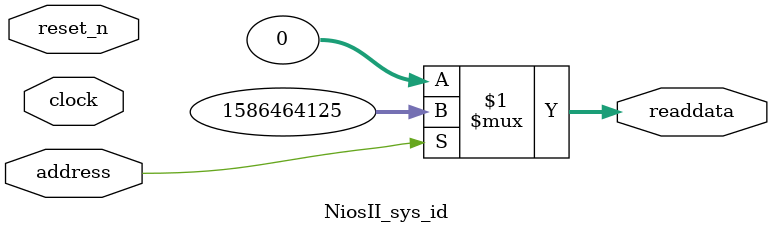
<source format=v>

`timescale 1ns / 1ps
// synthesis translate_on

// turn off superfluous verilog processor warnings 
// altera message_level Level1 
// altera message_off 10034 10035 10036 10037 10230 10240 10030 

module NiosII_sys_id (
               // inputs:
                address,
                clock,
                reset_n,

               // outputs:
                readdata
             )
;

  output  [ 31: 0] readdata;
  input            address;
  input            clock;
  input            reset_n;

  wire    [ 31: 0] readdata;
  //control_slave, which is an e_avalon_slave
  assign readdata = address ? 1586464125 : 0;

endmodule




</source>
